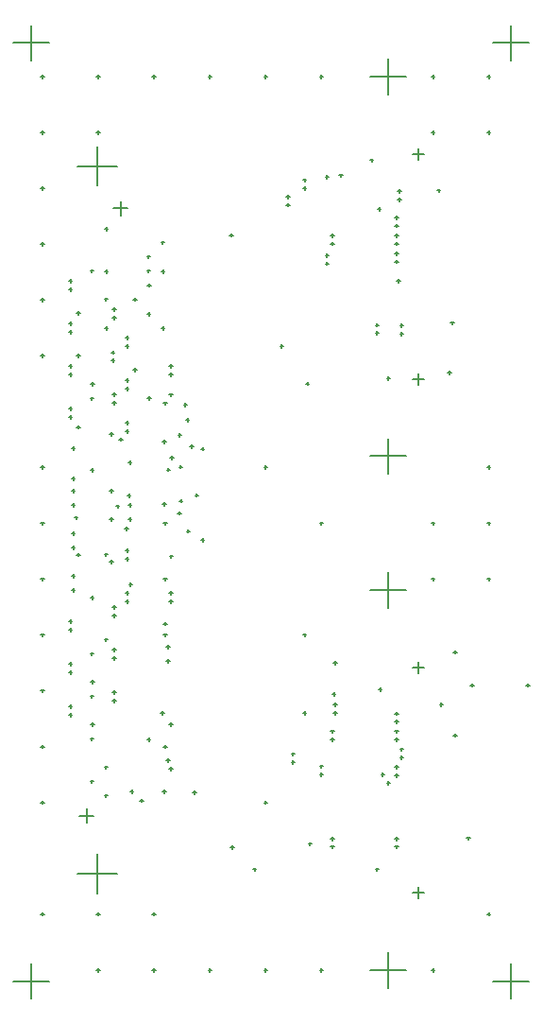
<source format=gbr>
%TF.GenerationSoftware,Altium Limited,Altium Designer,21.5.1 (32)*%
G04 Layer_Color=128*
%FSLAX45Y45*%
%MOMM*%
%TF.SameCoordinates,51D5493F-A844-4614-94AE-4B196E198A34*%
%TF.FilePolarity,Positive*%
%TF.FileFunction,Drillmap*%
%TF.Part,Single*%
G01*
G75*
%TA.AperFunction,NonConductor*%
%ADD35C,0.12700*%
D35*
X815000Y7698000D02*
X1165000D01*
X990000Y7523000D02*
Y7873000D01*
X815000Y1362000D02*
X1165000D01*
X990000Y1187000D02*
Y1537000D01*
X1136500Y7319070D02*
X1263500D01*
X1200000Y7255570D02*
Y7382570D01*
X831700Y1880930D02*
X958700D01*
X895200Y1817430D02*
Y1944430D01*
X3440006Y500000D02*
X3759995D01*
X3600000Y340005D02*
Y659995D01*
X3440006Y3900000D02*
X3759995D01*
X3600000Y3740005D02*
Y4059994D01*
X3815494Y3206500D02*
X3917500D01*
X3866497Y3155497D02*
Y3257504D01*
X3815494Y1193500D02*
X3917500D01*
X3866497Y1142496D02*
Y1244503D01*
X240000Y400000D02*
X560000D01*
X400000Y240000D02*
Y560000D01*
X3815494Y5793500D02*
X3917500D01*
X3866497Y5742497D02*
Y5844503D01*
X3815494Y7806501D02*
X3917500D01*
X3866497Y7755497D02*
Y7857504D01*
X3440005Y8500000D02*
X3759995D01*
X3600000Y8340005D02*
Y8659995D01*
X3440005Y5100000D02*
X3759995D01*
X3600000Y4940006D02*
Y5259995D01*
X240000Y8800000D02*
X560000D01*
X400000Y8640000D02*
Y8960000D01*
X4540000Y8800000D02*
X4860000D01*
X4700000Y8640000D02*
Y8960000D01*
X4540000Y400000D02*
X4860000D01*
X4700000Y240000D02*
Y560000D01*
X2185000Y1600000D02*
X2215000D01*
X2200000Y1585000D02*
Y1615000D01*
X2860000Y5750000D02*
X2890000D01*
X2875000Y5735000D02*
Y5765000D01*
X2385000Y1400000D02*
X2415000D01*
X2400000Y1385000D02*
Y1415000D01*
X1115000Y5957300D02*
X1145000D01*
X1130000Y5942300D02*
Y5972300D01*
X3685000Y7400000D02*
X3715000D01*
X3700000Y7385000D02*
Y7415000D01*
X3685000Y7472700D02*
X3715000D01*
X3700000Y7457700D02*
Y7487700D01*
X1115000Y6030000D02*
X1145000D01*
X1130000Y6015000D02*
Y6045000D01*
X1560000Y2800000D02*
X1590000D01*
X1575000Y2785000D02*
Y2815000D01*
X1635000Y5650000D02*
X1665000D01*
X1650000Y5635000D02*
Y5665000D01*
X1585000Y5575000D02*
X1615000D01*
X1600000Y5560000D02*
Y5590000D01*
X1785000Y5425000D02*
X1815000D01*
X1800000Y5410000D02*
Y5440000D01*
X1822922Y5188925D02*
X1852922D01*
X1837922Y5173925D02*
Y5203925D01*
X4485000Y8500000D02*
X4515000D01*
X4500000Y8485000D02*
Y8515000D01*
X4485000Y8000000D02*
X4515000D01*
X4500000Y7985000D02*
Y8015000D01*
X4485000Y5000000D02*
X4515000D01*
X4500000Y4985000D02*
Y5015000D01*
X4485000Y4500000D02*
X4515000D01*
X4500000Y4485000D02*
Y4515000D01*
X4485000Y4000000D02*
X4515000D01*
X4500000Y3985000D02*
Y4015000D01*
X4485000Y1000000D02*
X4515000D01*
X4500000Y985000D02*
Y1015000D01*
X3985000Y8500000D02*
X4015000D01*
X4000000Y8485000D02*
Y8515000D01*
X3985000Y8000000D02*
X4015000D01*
X4000000Y7985000D02*
Y8015000D01*
X3985000Y4500000D02*
X4015000D01*
X4000000Y4485000D02*
Y4515000D01*
X3985000Y4000000D02*
X4015000D01*
X4000000Y3985000D02*
Y4015000D01*
X3985000Y500000D02*
X4015000D01*
X4000000Y485000D02*
Y515000D01*
X2985000Y8500000D02*
X3015000D01*
X3000000Y8485000D02*
Y8515000D01*
X2985000Y4500000D02*
X3015000D01*
X3000000Y4485000D02*
Y4515000D01*
X2985000Y500000D02*
X3015000D01*
X3000000Y485000D02*
Y515000D01*
X2485000Y8500000D02*
X2515000D01*
X2500000Y8485000D02*
Y8515000D01*
X2485000Y5000000D02*
X2515000D01*
X2500000Y4985000D02*
Y5015000D01*
X2485000Y2000000D02*
X2515000D01*
X2500000Y1985000D02*
Y2015000D01*
X2485000Y500000D02*
X2515000D01*
X2500000Y485000D02*
Y515000D01*
X1985000Y8500000D02*
X2015000D01*
X2000000Y8485000D02*
Y8515000D01*
X1985000Y500000D02*
X2015000D01*
X2000000Y485000D02*
Y515000D01*
X1485000Y8500000D02*
X1515000D01*
X1500000Y8485000D02*
Y8515000D01*
X1485000Y1000000D02*
X1515000D01*
X1500000Y985000D02*
Y1015000D01*
X1485000Y500000D02*
X1515000D01*
X1500000Y485000D02*
Y515000D01*
X985000Y8500000D02*
X1015000D01*
X1000000Y8485000D02*
Y8515000D01*
X985000Y8000000D02*
X1015000D01*
X1000000Y7985000D02*
Y8015000D01*
X985000Y1000000D02*
X1015000D01*
X1000000Y985000D02*
Y1015000D01*
X985000Y500000D02*
X1015000D01*
X1000000Y485000D02*
Y515000D01*
X485000Y8500000D02*
X515000D01*
X500000Y8485000D02*
Y8515000D01*
X485000Y8000000D02*
X515000D01*
X500000Y7985000D02*
Y8015000D01*
X485000Y7500000D02*
X515000D01*
X500000Y7485000D02*
Y7515000D01*
X485000Y7000000D02*
X515000D01*
X500000Y6985000D02*
Y7015000D01*
X485000Y6500000D02*
X515000D01*
X500000Y6485000D02*
Y6515000D01*
X485000Y6000000D02*
X515000D01*
X500000Y5985000D02*
Y6015000D01*
X485000Y5000000D02*
X515000D01*
X500000Y4985000D02*
Y5015000D01*
X485000Y4500000D02*
X515000D01*
X500000Y4485000D02*
Y4515000D01*
X485000Y4000000D02*
X515000D01*
X500000Y3985000D02*
Y4015000D01*
X485000Y3500000D02*
X515000D01*
X500000Y3485000D02*
Y3515000D01*
X485000Y3000000D02*
X515000D01*
X500000Y2985000D02*
Y3015000D01*
X485000Y2500000D02*
X515000D01*
X500000Y2485000D02*
Y2515000D01*
X485000Y2000000D02*
X515000D01*
X500000Y1985000D02*
Y2015000D01*
X485000Y1000000D02*
X515000D01*
X500000Y985000D02*
Y1015000D01*
X2629269Y6084534D02*
X2659269D01*
X2644269Y6069534D02*
Y6099534D01*
X1127000Y3366350D02*
X1157000D01*
X1142000Y3351350D02*
Y3381350D01*
X1127000Y3293650D02*
X1157000D01*
X1142000Y3278650D02*
Y3308650D01*
X3705000Y2476354D02*
X3735000D01*
X3720000Y2461354D02*
Y2491354D01*
X3705000Y2403655D02*
X3735000D01*
X3720000Y2388655D02*
Y2418655D01*
X1845000Y2090000D02*
X1875000D01*
X1860000Y2075000D02*
Y2105000D01*
X1243000Y4182650D02*
X1273000D01*
X1258000Y4167650D02*
Y4197650D01*
X3110000Y2802300D02*
X3140000D01*
X3125000Y2787300D02*
Y2817300D01*
X1243000Y4255350D02*
X1273000D01*
X1258000Y4240350D02*
Y4270350D01*
X3110000Y2875000D02*
X3140000D01*
X3125000Y2860000D02*
Y2890000D01*
X1275000Y3950000D02*
X1305000D01*
X1290000Y3935000D02*
Y3965000D01*
X2175000Y7080000D02*
X2205000D01*
X2190000Y7065000D02*
Y7095000D01*
X3658024Y2316334D02*
X3688024D01*
X3673024Y2301334D02*
Y2331334D01*
X1127000Y2985350D02*
X1157000D01*
X1142000Y2970350D02*
Y3000350D01*
X3658024Y2243635D02*
X3688024D01*
X3673024Y2228635D02*
Y2258635D01*
X1127000Y2912650D02*
X1157000D01*
X1142000Y2897650D02*
Y2927650D01*
X3675000Y6670000D02*
X3705000D01*
X3690000Y6655000D02*
Y6685000D01*
X735000Y6668350D02*
X765000D01*
X750000Y6653350D02*
Y6683350D01*
X735000Y6595650D02*
X765000D01*
X750000Y6580650D02*
Y6610650D01*
X3485000Y6276356D02*
X3515000D01*
X3500000Y6261356D02*
Y6291356D01*
X3485000Y6203656D02*
X3515000D01*
X3500000Y6188656D02*
Y6218656D01*
X3704784Y6197943D02*
X3734783D01*
X3719784Y6182943D02*
Y6212943D01*
X3704784Y6270643D02*
X3734783D01*
X3719784Y6255643D02*
Y6285643D01*
X3435000Y7750000D02*
X3465000D01*
X3450000Y7735000D02*
Y7765000D01*
X3502730Y7313223D02*
X3532730D01*
X3517730Y7298223D02*
Y7328223D01*
X3585000Y5800000D02*
X3615000D01*
X3600000Y5785000D02*
Y5815000D01*
X3510822Y3013540D02*
X3540822D01*
X3525822Y2998540D02*
Y3028540D01*
X3535000Y2250000D02*
X3565000D01*
X3550000Y2235000D02*
Y2265000D01*
X3585000Y2173167D02*
X3615000D01*
X3600000Y2158167D02*
Y2188167D01*
X3485000Y1400000D02*
X3515000D01*
X3500000Y1385000D02*
Y1415000D01*
X805500Y6381000D02*
X835500D01*
X820500Y6366000D02*
Y6396000D01*
X4185000Y3345000D02*
X4215000D01*
X4200000Y3330000D02*
Y3360000D01*
X3160007Y7615848D02*
X3190007D01*
X3175007Y7600848D02*
Y7630848D01*
X3035000Y7600000D02*
X3065000D01*
X3050000Y7585000D02*
Y7615000D01*
X2835000Y7572700D02*
X2865000D01*
X2850000Y7557700D02*
Y7587700D01*
X2835000Y7500000D02*
X2865000D01*
X2850000Y7485000D02*
Y7515000D01*
X1610000Y3265000D02*
X1640000D01*
X1625000Y3250000D02*
Y3280000D01*
X3095726Y2970873D02*
X3125726D01*
X3110726Y2955873D02*
Y2985873D01*
X1610000Y3392000D02*
X1640000D01*
X1625000Y3377000D02*
Y3407000D01*
X3110000Y3250000D02*
X3140000D01*
X3125000Y3235000D02*
Y3265000D01*
X2835000Y2800000D02*
X2865000D01*
X2850000Y2785000D02*
Y2815000D01*
X2835000Y3500000D02*
X2865000D01*
X2850000Y3485000D02*
Y3515000D01*
X4035550Y7480009D02*
X4065550D01*
X4050550Y7465009D02*
Y7495009D01*
X4135000Y5850000D02*
X4165000D01*
X4150000Y5835000D02*
Y5865000D01*
X4335000Y3050000D02*
X4365000D01*
X4350000Y3035000D02*
Y3065000D01*
X4835000Y3050000D02*
X4865000D01*
X4850000Y3035000D02*
Y3065000D01*
X4160000Y6295000D02*
X4190000D01*
X4175000Y6280000D02*
Y6310000D01*
X2883852Y1628258D02*
X2913852D01*
X2898852Y1613258D02*
Y1643258D01*
X4300000Y1680000D02*
X4330000D01*
X4315000Y1665000D02*
Y1695000D01*
X4185000Y2600000D02*
X4215000D01*
X4200000Y2585000D02*
Y2615000D01*
X1285000Y2100000D02*
X1315000D01*
X1300000Y2085000D02*
Y2115000D01*
X1635000Y2700000D02*
X1665000D01*
X1650000Y2685000D02*
Y2715000D01*
X1585000Y3500000D02*
X1615000D01*
X1600000Y3485000D02*
Y3515000D01*
X1585000Y3600000D02*
X1615000D01*
X1600000Y3585000D02*
Y3615000D01*
X1585000Y4000000D02*
X1615000D01*
X1600000Y3985000D02*
Y4015000D01*
X1638705Y4203705D02*
X1668705D01*
X1653705Y4188705D02*
Y4218705D01*
X1235000Y4450000D02*
X1265000D01*
X1250000Y4435000D02*
Y4465000D01*
X1645000Y5085471D02*
X1675000D01*
X1660000Y5070471D02*
Y5100471D01*
X1613516Y4979555D02*
X1643516D01*
X1628516Y4964555D02*
Y4994555D01*
X1723949Y5005000D02*
X1753949D01*
X1738949Y4990000D02*
Y5020000D01*
X1185000Y5250000D02*
X1215000D01*
X1200000Y5235000D02*
Y5265000D01*
X1440500Y5619000D02*
X1470500D01*
X1455500Y5604000D02*
Y5634000D01*
X1313500Y5873000D02*
X1343500D01*
X1328500Y5858000D02*
Y5888000D01*
X1564500Y6248000D02*
X1594500D01*
X1579500Y6233000D02*
Y6263000D01*
X1437500Y6375000D02*
X1467500D01*
X1452500Y6360000D02*
Y6390000D01*
X1315000Y6503500D02*
X1345000D01*
X1330000Y6488500D02*
Y6518500D01*
X1442000Y6630500D02*
X1472000D01*
X1457000Y6615500D02*
Y6645500D01*
X1564500Y6756000D02*
X1594500D01*
X1579500Y6741000D02*
Y6771000D01*
X1436000Y6760500D02*
X1466000D01*
X1451000Y6745500D02*
Y6775500D01*
X1436000Y6887500D02*
X1466000D01*
X1451000Y6872500D02*
Y6902500D01*
X1563000Y7014500D02*
X1593000D01*
X1578000Y6999500D02*
Y7029500D01*
X1056500Y7137000D02*
X1086500D01*
X1071500Y7122000D02*
Y7152000D01*
X928000Y6760500D02*
X958000D01*
X943000Y6745500D02*
Y6775500D01*
X1056500Y6756000D02*
X1086500D01*
X1071500Y6741000D02*
Y6771000D01*
X1055000Y6506500D02*
X1085000D01*
X1070000Y6491500D02*
Y6521500D01*
X1056500Y6248000D02*
X1086500D01*
X1071500Y6233000D02*
Y6263000D01*
X805500Y6000000D02*
X835500D01*
X820500Y5985000D02*
Y6015000D01*
X932500Y5746000D02*
X962500D01*
X947500Y5731000D02*
Y5761000D01*
X928000Y5617500D02*
X958000D01*
X943000Y5602500D02*
Y5632500D01*
X807000Y5360500D02*
X837000D01*
X822000Y5345500D02*
Y5375500D01*
X929500Y4978000D02*
X959500D01*
X944500Y4963000D02*
Y4993000D01*
X1158237Y4652700D02*
X1188237D01*
X1173237Y4637700D02*
Y4667700D01*
X785000Y4550000D02*
X815000D01*
X800000Y4535000D02*
Y4565000D01*
X1055000Y4220500D02*
X1085000D01*
X1070000Y4205500D02*
Y4235500D01*
X807000Y4217500D02*
X837000D01*
X822000Y4202500D02*
Y4232500D01*
X929500Y3835000D02*
X959500D01*
X944500Y3820000D02*
Y3850000D01*
X1055000Y3458500D02*
X1085000D01*
X1070000Y3443500D02*
Y3473500D01*
X928000Y3331500D02*
X958000D01*
X943000Y3316500D02*
Y3346500D01*
X932500Y3079000D02*
X962500D01*
X947500Y3064000D02*
Y3094000D01*
X928000Y2950500D02*
X958000D01*
X943000Y2935500D02*
Y2965500D01*
X932500Y2698000D02*
X962500D01*
X947500Y2683000D02*
Y2713000D01*
X928000Y2569500D02*
X958000D01*
X943000Y2554500D02*
Y2584500D01*
X1055000Y2061500D02*
X1085000D01*
X1070000Y2046500D02*
Y2076500D01*
X1055000Y2315500D02*
X1085000D01*
X1070000Y2300500D02*
Y2330500D01*
X928000Y2188500D02*
X958000D01*
X943000Y2173500D02*
Y2203500D01*
X1585000Y2500000D02*
X1615000D01*
X1600000Y2485000D02*
Y2515000D01*
X1437500Y2565000D02*
X1467500D01*
X1452500Y2550000D02*
Y2580000D01*
X1609250Y2376750D02*
X1639250D01*
X1624250Y2361750D02*
Y2391750D01*
X1575000Y2100000D02*
X1605000D01*
X1590000Y2085000D02*
Y2115000D01*
X1575000Y5230000D02*
X1605000D01*
X1590000Y5215000D02*
Y5245000D01*
X1715000Y5290000D02*
X1745000D01*
X1730000Y5275000D02*
Y5305000D01*
X1765000Y5560000D02*
X1795000D01*
X1780000Y5545000D02*
Y5575000D01*
X1101250Y4154750D02*
X1131250D01*
X1116250Y4139750D02*
Y4169750D01*
X1585000Y4500000D02*
X1615000D01*
X1600000Y4485000D02*
Y4515000D01*
X1919009Y5166050D02*
X1949009D01*
X1934009Y5151050D02*
Y5181050D01*
X1575000Y4670000D02*
X1605000D01*
X1590000Y4655000D02*
Y4685000D01*
X1725000Y4700000D02*
X1755000D01*
X1740000Y4685000D02*
Y4715000D01*
X1866309Y4751098D02*
X1896309D01*
X1881309Y4736098D02*
Y4766098D01*
X1919009Y4348596D02*
X1949009D01*
X1934009Y4333596D02*
Y4363596D01*
X760000Y4900000D02*
X790000D01*
X775000Y4885000D02*
Y4915000D01*
X1260000Y4750000D02*
X1290000D01*
X1275000Y4735000D02*
Y4765000D01*
X1789983Y4430000D02*
X1819983D01*
X1804983Y4415000D02*
Y4445000D01*
X1101250Y4789750D02*
X1131250D01*
X1116250Y4774750D02*
Y4804750D01*
X1102000Y4535000D02*
X1132000D01*
X1117000Y4520000D02*
Y4550000D01*
X1102000Y5297000D02*
X1132000D01*
X1117000Y5282000D02*
Y5312000D01*
X1710000Y4589999D02*
X1740000D01*
X1725000Y4574999D02*
Y4604999D01*
X4060000Y2875000D02*
X4090000D01*
X4075000Y2860000D02*
Y2890000D01*
X760000Y4665000D02*
X790000D01*
X775000Y4650000D02*
Y4680000D01*
X760000Y3903000D02*
X790000D01*
X775000Y3888000D02*
Y3918000D01*
X760000Y4284000D02*
X790000D01*
X775000Y4269000D02*
Y4299000D01*
X1268000Y4538000D02*
X1298000D01*
X1283000Y4523000D02*
Y4553000D01*
X2985000Y2322700D02*
X3015000D01*
X3000000Y2307700D02*
Y2337700D01*
X2985000Y2250000D02*
X3015000D01*
X3000000Y2235000D02*
Y2265000D01*
X2730749Y2432625D02*
X2760749D01*
X2745749Y2417625D02*
Y2447625D01*
X2730749Y2359925D02*
X2760749D01*
X2745749Y2344925D02*
Y2374925D01*
X760000Y4030000D02*
X790000D01*
X775000Y4015000D02*
Y4045000D01*
X760000Y4411000D02*
X790000D01*
X775000Y4396000D02*
Y4426000D01*
X1268000Y4665000D02*
X1298000D01*
X1283000Y4650000D02*
Y4680000D01*
X760000Y4792000D02*
X790000D01*
X775000Y4777000D02*
Y4807000D01*
X1268000Y5046000D02*
X1298000D01*
X1283000Y5031000D02*
Y5061000D01*
X760000Y5173000D02*
X790000D01*
X775000Y5158000D02*
Y5188000D01*
X3035000Y6897700D02*
X3065000D01*
X3050000Y6882700D02*
Y6912700D01*
X3035000Y6825000D02*
X3065000D01*
X3050000Y6810000D02*
Y6840000D01*
X1635000Y2300000D02*
X1665000D01*
X1650000Y2285000D02*
Y2315000D01*
X1374000Y2016000D02*
X1404000D01*
X1389000Y2001000D02*
Y2031000D01*
X3085000Y1676356D02*
X3115000D01*
X3100000Y1661356D02*
Y1691356D01*
X3085000Y1603656D02*
X3115000D01*
X3100000Y1588656D02*
Y1618656D01*
X1243000Y3801650D02*
X1273000D01*
X1258000Y3786650D02*
Y3816650D01*
X1243000Y3874350D02*
X1273000D01*
X1258000Y3859350D02*
Y3889350D01*
X3658024Y2723644D02*
X3688024D01*
X3673024Y2708644D02*
Y2738644D01*
X3658024Y2796344D02*
X3688024D01*
X3673024Y2781344D02*
Y2811344D01*
X735000Y3620350D02*
X765000D01*
X750000Y3605350D02*
Y3635350D01*
X3085000Y2636349D02*
X3115000D01*
X3100000Y2621349D02*
Y2651349D01*
X1127000Y3747350D02*
X1157000D01*
X1142000Y3732350D02*
Y3762350D01*
X1127000Y3674650D02*
X1157000D01*
X1142000Y3659650D02*
Y3689650D01*
X3085000Y2563649D02*
X3115000D01*
X3100000Y2548649D02*
Y2578649D01*
X3658024Y2636349D02*
X3688024D01*
X3673024Y2621349D02*
Y2651349D01*
X3658024Y2563649D02*
X3688024D01*
X3673024Y2548649D02*
Y2578649D01*
X735000Y3547650D02*
X765000D01*
X750000Y3532650D02*
Y3562650D01*
X3658024Y1603656D02*
X3688024D01*
X3673024Y1588656D02*
Y1618656D01*
X3658024Y1676356D02*
X3688024D01*
X3673024Y1661356D02*
Y1691356D01*
X1243000Y6087650D02*
X1273000D01*
X1258000Y6072650D02*
Y6102650D01*
X1243000Y6160350D02*
X1273000D01*
X1258000Y6145350D02*
Y6175350D01*
X2685000Y7422700D02*
X2715000D01*
X2700000Y7407700D02*
Y7437700D01*
X2685000Y7350000D02*
X2715000D01*
X2700000Y7335000D02*
Y7365000D01*
X735000Y5525350D02*
X765000D01*
X750000Y5510350D02*
Y5540350D01*
X3658024Y6916335D02*
X3688024D01*
X3673024Y6901335D02*
Y6931335D01*
X3658024Y6843635D02*
X3688024D01*
X3673024Y6828635D02*
Y6858635D01*
X3658024Y7163649D02*
X3688024D01*
X3673024Y7148649D02*
Y7178649D01*
X3658024Y7236349D02*
X3688024D01*
X3673024Y7221349D02*
Y7251349D01*
X1243000Y5779350D02*
X1273000D01*
X1258000Y5764350D02*
Y5794350D01*
X1243000Y5706650D02*
X1273000D01*
X1258000Y5691650D02*
Y5721650D01*
X1127000Y5579650D02*
X1157000D01*
X1142000Y5564650D02*
Y5594650D01*
X1127000Y5652350D02*
X1157000D01*
X1142000Y5637350D02*
Y5667350D01*
X1635000Y5906350D02*
X1665000D01*
X1650000Y5891350D02*
Y5921350D01*
X1635000Y5833650D02*
X1665000D01*
X1650000Y5818650D02*
Y5848650D01*
X735000Y5833650D02*
X765000D01*
X750000Y5818650D02*
Y5848650D01*
X735000Y5906350D02*
X765000D01*
X750000Y5891350D02*
Y5921350D01*
X735000Y6214650D02*
X765000D01*
X750000Y6199650D02*
Y6229650D01*
X735000Y6287350D02*
X765000D01*
X750000Y6272350D02*
Y6302350D01*
X1635000Y3801650D02*
X1665000D01*
X1650000Y3786650D02*
Y3816650D01*
X1635000Y3874350D02*
X1665000D01*
X1650000Y3859350D02*
Y3889350D01*
X3658024Y7003655D02*
X3688024D01*
X3673024Y6988655D02*
Y7018655D01*
X3658024Y7076355D02*
X3688024D01*
X3673024Y7061355D02*
Y7091355D01*
X3085000Y7003655D02*
X3115000D01*
X3100000Y6988655D02*
Y7018655D01*
X3085000Y7076355D02*
X3115000D01*
X3100000Y7061355D02*
Y7091355D01*
X1243000Y5325650D02*
X1273000D01*
X1258000Y5310650D02*
Y5340650D01*
X1243000Y5398350D02*
X1273000D01*
X1258000Y5383350D02*
Y5413350D01*
X1127000Y6414350D02*
X1157000D01*
X1142000Y6399350D02*
Y6429350D01*
X1127000Y6341650D02*
X1157000D01*
X1142000Y6326650D02*
Y6356650D01*
X735000Y2785650D02*
X765000D01*
X750000Y2770650D02*
Y2800650D01*
X735000Y2858350D02*
X765000D01*
X750000Y2843350D02*
Y2873350D01*
X735000Y3166650D02*
X765000D01*
X750000Y3151650D02*
Y3181650D01*
X735000Y3239350D02*
X765000D01*
X750000Y3224350D02*
Y3254350D01*
X735000Y5452650D02*
X765000D01*
X750000Y5437650D02*
Y5467650D01*
%TF.MD5,28973d656adf655b7c1798f0dfdbdff6*%
M02*

</source>
